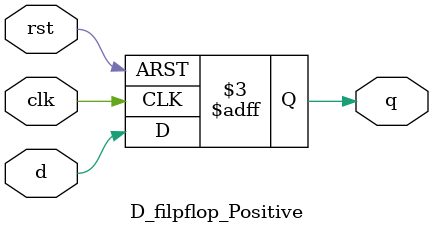
<source format=v>
module D_filpflop_Positive(d,clk,rst,q);
    input d,clk,rst;
    output q;
    reg q;
    always @ (posedge clk,negedge rst)
   
      if (rst==0)
      q=0;
      else 
      q=d;

   
endmodule

</source>
